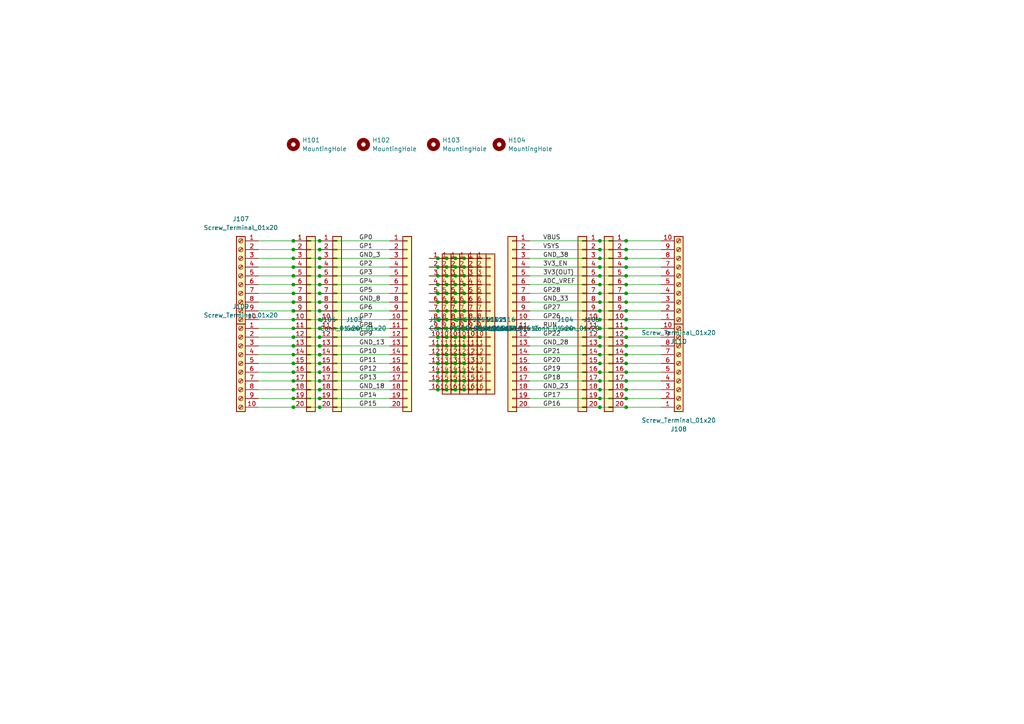
<source format=kicad_sch>
(kicad_sch (version 20250114) (generator "eeschema") (generator_version "9.0")
  (paper "A4")
  (lib_symbols
    (symbol "Connector:Screw_Terminal_01x10" (pin_names (offset 1.016) (hide yes))
      (property "Reference" "J" (at 0 12.7 0))
      (property "Value" "Screw_Terminal_01x10" (at 0 -15.24 0))
      (symbol "Screw_Terminal_01x10_1_1"
        (rectangle (start -1.27 11.43) (end 1.27 -13.97) (stroke (width 0.254)) (fill (type background)))
        (polyline (pts (xy -0.5334 10.4902) (xy 0.3302 9.652)) (stroke (width 0.1524)))
        (polyline (pts (xy -0.5334 7.9502) (xy 0.3302 7.112)) (stroke (width 0.1524)))
        (polyline (pts (xy -0.5334 5.4102) (xy 0.3302 4.572)) (stroke (width 0.1524)))
        (polyline (pts (xy -0.5334 2.8702) (xy 0.3302 2.032)) (stroke (width 0.1524)))
        (polyline (pts (xy -0.5334 0.3302) (xy 0.3302 -0.508)) (stroke (width 0.1524)))
        (polyline (pts (xy -0.5334 -2.2098) (xy 0.3302 -3.048)) (stroke (width 0.1524)))
        (polyline (pts (xy -0.5334 -4.7498) (xy 0.3302 -5.588)) (stroke (width 0.1524)))
        (polyline (pts (xy -0.5334 -7.2898) (xy 0.3302 -8.128)) (stroke (width 0.1524)))
        (polyline (pts (xy -0.5334 -9.8298) (xy 0.3302 -10.668)) (stroke (width 0.1524)))
        (polyline (pts (xy -0.5334 -12.3698) (xy 0.3302 -13.208)) (stroke (width 0.1524)))
        (polyline (pts (xy -0.3556 10.668) (xy 0.508 9.8298)) (stroke (width 0.1524)))
        (polyline (pts (xy -0.3556 8.128) (xy 0.508 7.2898)) (stroke (width 0.1524)))
        (polyline (pts (xy -0.3556 5.588) (xy 0.508 4.7498)) (stroke (width 0.1524)))
        (polyline (pts (xy -0.3556 3.048) (xy 0.508 2.2098)) (stroke (width 0.1524)))
        (polyline (pts (xy -0.3556 0.508) (xy 0.508 -0.3302)) (stroke (width 0.1524)))
        (polyline (pts (xy -0.3556 -2.032) (xy 0.508 -2.8702)) (stroke (width 0.1524)))
        (polyline (pts (xy -0.3556 -4.572) (xy 0.508 -5.4102)) (stroke (width 0.1524)))
        (polyline (pts (xy -0.3556 -7.112) (xy 0.508 -7.9502)) (stroke (width 0.1524)))
        (polyline (pts (xy -0.3556 -9.652) (xy 0.508 -10.4902)) (stroke (width 0.1524)))
        (polyline (pts (xy -0.3556 -12.192) (xy 0.508 -13.0302)) (stroke (width 0.1524)))
        (circle (center 0 10.16) (radius 0.635) (stroke (width 0.1524)))
        (circle (center 0 7.62) (radius 0.635) (stroke (width 0.1524)))
        (circle (center 0 5.08) (radius 0.635) (stroke (width 0.1524)))
        (circle (center 0 2.54) (radius 0.635) (stroke (width 0.1524)))
        (circle (center 0 0) (radius 0.635) (stroke (width 0.1524)))
        (circle (center 0 -2.54) (radius 0.635) (stroke (width 0.1524)))
        (circle (center 0 -5.08) (radius 0.635) (stroke (width 0.1524)))
        (circle (center 0 -7.62) (radius 0.635) (stroke (width 0.1524)))
        (circle (center 0 -10.16) (radius 0.635) (stroke (width 0.1524)))
        (circle (center 0 -12.7) (radius 0.635) (stroke (width 0.1524)))
        (pin passive line (at -5.08 10.16 0) (length 3.81) (name "Pin_1") (number "1"))
        (pin passive line (at -5.08 7.62 0) (length 3.81) (name "Pin_2") (number "2"))
        (pin passive line (at -5.08 5.08 0) (length 3.81) (name "Pin_3") (number "3"))
        (pin passive line (at -5.08 2.54 0) (length 3.81) (name "Pin_4") (number "4"))
        (pin passive line (at -5.08 0 0) (length 3.81) (name "Pin_5") (number "5"))
        (pin passive line (at -5.08 -2.54 0) (length 3.81) (name "Pin_6") (number "6"))
        (pin passive line (at -5.08 -5.08 0) (length 3.81) (name "Pin_7") (number "7"))
        (pin passive line (at -5.08 -7.62 0) (length 3.81) (name "Pin_8") (number "8"))
        (pin passive line (at -5.08 -10.16 0) (length 3.81) (name "Pin_9") (number "9"))
        (pin passive line (at -5.08 -12.7 0) (length 3.81) (name "Pin_10") (number "10"))
      )
    )
    (symbol "Connector_Generic:Conn_01x16" (pin_names (offset 1.016) (hide yes))
      (property "Reference" "J" (at 0 20.32 0))
      (property "Value" "Conn_01x16" (at 0 -22.86 0))
      (symbol "Conn_01x16_1_1"
        (rectangle (start -1.27 19.05) (end 1.27 -21.59) (stroke (width 0.254)) (fill (type background)))
        (rectangle (start -1.27 17.907) (end 0 17.653) (stroke (width 0.1524)))
        (rectangle (start -1.27 15.367) (end 0 15.113) (stroke (width 0.1524)))
        (rectangle (start -1.27 12.827) (end 0 12.573) (stroke (width 0.1524)))
        (rectangle (start -1.27 10.287) (end 0 10.033) (stroke (width 0.1524)))
        (rectangle (start -1.27 7.747) (end 0 7.493) (stroke (width 0.1524)))
        (rectangle (start -1.27 5.207) (end 0 4.953) (stroke (width 0.1524)))
        (rectangle (start -1.27 2.667) (end 0 2.413) (stroke (width 0.1524)))
        (rectangle (start -1.27 0.127) (end 0 -0.127) (stroke (width 0.1524)))
        (rectangle (start -1.27 -2.413) (end 0 -2.667) (stroke (width 0.1524)))
        (rectangle (start -1.27 -4.953) (end 0 -5.207) (stroke (width 0.1524)))
        (rectangle (start -1.27 -7.493) (end 0 -7.747) (stroke (width 0.1524)))
        (rectangle (start -1.27 -10.033) (end 0 -10.287) (stroke (width 0.1524)))
        (rectangle (start -1.27 -12.573) (end 0 -12.827) (stroke (width 0.1524)))
        (rectangle (start -1.27 -15.113) (end 0 -15.367) (stroke (width 0.1524)))
        (rectangle (start -1.27 -17.653) (end 0 -17.907) (stroke (width 0.1524)))
        (rectangle (start -1.27 -20.193) (end 0 -20.447) (stroke (width 0.1524)))
        (pin passive line (at -5.08 17.78 0) (length 3.81) (name "Pin_1") (number "1"))
        (pin passive line (at -5.08 15.24 0) (length 3.81) (name "Pin_2") (number "2"))
        (pin passive line (at -5.08 12.7 0) (length 3.81) (name "Pin_3") (number "3"))
        (pin passive line (at -5.08 10.16 0) (length 3.81) (name "Pin_4") (number "4"))
        (pin passive line (at -5.08 7.62 0) (length 3.81) (name "Pin_5") (number "5"))
        (pin passive line (at -5.08 5.08 0) (length 3.81) (name "Pin_6") (number "6"))
        (pin passive line (at -5.08 2.54 0) (length 3.81) (name "Pin_7") (number "7"))
        (pin passive line (at -5.08 0 0) (length 3.81) (name "Pin_8") (number "8"))
        (pin passive line (at -5.08 -2.54 0) (length 3.81) (name "Pin_9") (number "9"))
        (pin passive line (at -5.08 -5.08 0) (length 3.81) (name "Pin_10") (number "10"))
        (pin passive line (at -5.08 -7.62 0) (length 3.81) (name "Pin_11") (number "11"))
        (pin passive line (at -5.08 -10.16 0) (length 3.81) (name "Pin_12") (number "12"))
        (pin passive line (at -5.08 -12.7 0) (length 3.81) (name "Pin_13") (number "13"))
        (pin passive line (at -5.08 -15.24 0) (length 3.81) (name "Pin_14") (number "14"))
        (pin passive line (at -5.08 -17.78 0) (length 3.81) (name "Pin_15") (number "15"))
        (pin passive line (at -5.08 -20.32 0) (length 3.81) (name "Pin_16") (number "16"))
      )
    )
    (symbol "Connector_Generic:Conn_01x20" (pin_names (offset 1.016) (hide yes))
      (property "Reference" "J" (at 0 25.4 0))
      (property "Value" "Conn_01x20" (at 0 -27.94 0))
      (symbol "Conn_01x20_1_1"
        (rectangle (start -1.27 24.13) (end 1.27 -26.67) (stroke (width 0.254)) (fill (type background)))
        (rectangle (start -1.27 22.987) (end 0 22.733) (stroke (width 0.1524)))
        (rectangle (start -1.27 20.447) (end 0 20.193) (stroke (width 0.1524)))
        (rectangle (start -1.27 17.907) (end 0 17.653) (stroke (width 0.1524)))
        (rectangle (start -1.27 15.367) (end 0 15.113) (stroke (width 0.1524)))
        (rectangle (start -1.27 12.827) (end 0 12.573) (stroke (width 0.1524)))
        (rectangle (start -1.27 10.287) (end 0 10.033) (stroke (width 0.1524)))
        (rectangle (start -1.27 7.747) (end 0 7.493) (stroke (width 0.1524)))
        (rectangle (start -1.27 5.207) (end 0 4.953) (stroke (width 0.1524)))
        (rectangle (start -1.27 2.667) (end 0 2.413) (stroke (width 0.1524)))
        (rectangle (start -1.27 0.127) (end 0 -0.127) (stroke (width 0.1524)))
        (rectangle (start -1.27 -2.413) (end 0 -2.667) (stroke (width 0.1524)))
        (rectangle (start -1.27 -4.953) (end 0 -5.207) (stroke (width 0.1524)))
        (rectangle (start -1.27 -7.493) (end 0 -7.747) (stroke (width 0.1524)))
        (rectangle (start -1.27 -10.033) (end 0 -10.287) (stroke (width 0.1524)))
        (rectangle (start -1.27 -12.573) (end 0 -12.827) (stroke (width 0.1524)))
        (rectangle (start -1.27 -15.113) (end 0 -15.367) (stroke (width 0.1524)))
        (rectangle (start -1.27 -17.653) (end 0 -17.907) (stroke (width 0.1524)))
        (rectangle (start -1.27 -20.193) (end 0 -20.447) (stroke (width 0.1524)))
        (rectangle (start -1.27 -22.733) (end 0 -22.987) (stroke (width 0.1524)))
        (rectangle (start -1.27 -25.273) (end 0 -25.527) (stroke (width 0.1524)))
        (pin passive line (at -5.08 22.86 0) (length 3.81) (name "Pin_1") (number "1"))
        (pin passive line (at -5.08 20.32 0) (length 3.81) (name "Pin_2") (number "2"))
        (pin passive line (at -5.08 17.78 0) (length 3.81) (name "Pin_3") (number "3"))
        (pin passive line (at -5.08 15.24 0) (length 3.81) (name "Pin_4") (number "4"))
        (pin passive line (at -5.08 12.7 0) (length 3.81) (name "Pin_5") (number "5"))
        (pin passive line (at -5.08 10.16 0) (length 3.81) (name "Pin_6") (number "6"))
        (pin passive line (at -5.08 7.62 0) (length 3.81) (name "Pin_7") (number "7"))
        (pin passive line (at -5.08 5.08 0) (length 3.81) (name "Pin_8") (number "8"))
        (pin passive line (at -5.08 2.54 0) (length 3.81) (name "Pin_9") (number "9"))
        (pin passive line (at -5.08 0 0) (length 3.81) (name "Pin_10") (number "10"))
        (pin passive line (at -5.08 -2.54 0) (length 3.81) (name "Pin_11") (number "11"))
        (pin passive line (at -5.08 -5.08 0) (length 3.81) (name "Pin_12") (number "12"))
        (pin passive line (at -5.08 -7.62 0) (length 3.81) (name "Pin_13") (number "13"))
        (pin passive line (at -5.08 -10.16 0) (length 3.81) (name "Pin_14") (number "14"))
        (pin passive line (at -5.08 -12.7 0) (length 3.81) (name "Pin_15") (number "15"))
        (pin passive line (at -5.08 -15.24 0) (length 3.81) (name "Pin_16") (number "16"))
        (pin passive line (at -5.08 -17.78 0) (length 3.81) (name "Pin_17") (number "17"))
        (pin passive line (at -5.08 -20.32 0) (length 3.81) (name "Pin_18") (number "18"))
        (pin passive line (at -5.08 -22.86 0) (length 3.81) (name "Pin_19") (number "19"))
        (pin passive line (at -5.08 -25.4 0) (length 3.81) (name "Pin_20") (number "20"))
      )
    )
    (symbol "Mechanical:MountingHole" (pin_names (offset 1.016)) (in_bom no)
      (property "Reference" "H" (at 0 5.08 0))
      (property "Value" "MountingHole" (at 0 3.175 0))
      (symbol "MountingHole_0_1"
        (circle (center 0 0) (radius 1.27) (stroke (width 1.27)))
      )
    )
  )
  (junction (at 92.71 107.95))
  (junction (at 129.54 74.93))
  (junction (at 127 90.17))
  (junction (at 132.08 107.95))
  (junction (at 134.62 87.63))
  (junction (at 92.71 82.55))
  (junction (at 85.09 107.95))
  (junction (at 132.08 97.79))
  (junction (at 92.71 102.87))
  (junction (at 181.61 74.93))
  (junction (at 127 110.49))
  (junction (at 129.54 85.09))
  (junction (at 129.54 107.95))
  (junction (at 134.62 97.79))
  (junction (at 181.61 107.95))
  (junction (at 181.61 69.85))
  (junction (at 173.99 90.17))
  (junction (at 173.99 97.79))
  (junction (at 127 82.55))
  (junction (at 181.61 115.57))
  (junction (at 127 74.93))
  (junction (at 173.99 113.03))
  (junction (at 181.61 85.09))
  (junction (at 85.09 110.49))
  (junction (at 92.71 100.33))
  (junction (at 132.08 113.03))
  (junction (at 173.99 80.01))
  (junction (at 181.61 110.49))
  (junction (at 132.08 95.25))
  (junction (at 181.61 113.03))
  (junction (at 173.99 110.49))
  (junction (at 85.09 118.11))
  (junction (at 132.08 85.09))
  (junction (at 92.71 95.25))
  (junction (at 173.99 115.57))
  (junction (at 132.08 80.01))
  (junction (at 132.08 92.71))
  (junction (at 134.62 107.95))
  (junction (at 134.62 110.49))
  (junction (at 85.09 77.47))
  (junction (at 85.09 95.25))
  (junction (at 127 77.47))
  (junction (at 129.54 87.63))
  (junction (at 85.09 69.85))
  (junction (at 127 102.87))
  (junction (at 85.09 72.39))
  (junction (at 132.08 102.87))
  (junction (at 134.62 105.41))
  (junction (at 129.54 113.03))
  (junction (at 173.99 82.55))
  (junction (at 173.99 87.63))
  (junction (at 173.99 72.39))
  (junction (at 127 95.25))
  (junction (at 173.99 105.41))
  (junction (at 85.09 115.57))
  (junction (at 181.61 90.17))
  (junction (at 85.09 74.93))
  (junction (at 129.54 77.47))
  (junction (at 129.54 82.55))
  (junction (at 173.99 95.25))
  (junction (at 92.71 69.85))
  (junction (at 85.09 102.87))
  (junction (at 132.08 82.55))
  (junction (at 134.62 85.09))
  (junction (at 85.09 80.01))
  (junction (at 85.09 100.33))
  (junction (at 92.71 110.49))
  (junction (at 92.71 77.47))
  (junction (at 92.71 74.93))
  (junction (at 181.61 92.71))
  (junction (at 181.61 82.55))
  (junction (at 181.61 87.63))
  (junction (at 134.62 82.55))
  (junction (at 181.61 77.47))
  (junction (at 134.62 113.03))
  (junction (at 132.08 100.33))
  (junction (at 127 87.63))
  (junction (at 134.62 92.71))
  (junction (at 92.71 92.71))
  (junction (at 181.61 100.33))
  (junction (at 134.62 100.33))
  (junction (at 127 92.71))
  (junction (at 85.09 90.17))
  (junction (at 132.08 90.17))
  (junction (at 92.71 80.01))
  (junction (at 181.61 97.79))
  (junction (at 173.99 74.93))
  (junction (at 129.54 110.49))
  (junction (at 85.09 113.03))
  (junction (at 127 100.33))
  (junction (at 173.99 100.33))
  (junction (at 132.08 105.41))
  (junction (at 85.09 97.79))
  (junction (at 85.09 92.71))
  (junction (at 134.62 102.87))
  (junction (at 132.08 74.93))
  (junction (at 127 80.01))
  (junction (at 127 113.03))
  (junction (at 181.61 72.39))
  (junction (at 92.71 115.57))
  (junction (at 92.71 85.09))
  (junction (at 129.54 97.79))
  (junction (at 134.62 95.25))
  (junction (at 173.99 102.87))
  (junction (at 129.54 92.71))
  (junction (at 92.71 87.63))
  (junction (at 129.54 95.25))
  (junction (at 181.61 118.11))
  (junction (at 181.61 80.01))
  (junction (at 173.99 77.47))
  (junction (at 134.62 90.17))
  (junction (at 85.09 85.09))
  (junction (at 132.08 77.47))
  (junction (at 129.54 90.17))
  (junction (at 127 105.41))
  (junction (at 92.71 97.79))
  (junction (at 173.99 69.85))
  (junction (at 129.54 105.41))
  (junction (at 134.62 74.93))
  (junction (at 181.61 102.87))
  (junction (at 181.61 105.41))
  (junction (at 92.71 118.11))
  (junction (at 92.71 72.39))
  (junction (at 181.61 95.25))
  (junction (at 173.99 118.11))
  (junction (at 127 97.79))
  (junction (at 92.71 105.41))
  (junction (at 127 85.09))
  (junction (at 134.62 77.47))
  (junction (at 173.99 85.09))
  (junction (at 85.09 82.55))
  (junction (at 85.09 105.41))
  (junction (at 173.99 92.71))
  (junction (at 129.54 100.33))
  (junction (at 132.08 110.49))
  (junction (at 173.99 107.95))
  (junction (at 92.71 113.03))
  (junction (at 132.08 87.63))
  (junction (at 129.54 80.01))
  (junction (at 129.54 102.87))
  (junction (at 92.71 90.17))
  (junction (at 127 107.95))
  (junction (at 134.62 80.01))
  (junction (at 85.09 87.63))
  (wire (pts (xy 132.08 100.33) (xy 134.62 100.33)))
  (wire (pts (xy 153.67 105.41) (xy 173.99 105.41)))
  (wire (pts (xy 74.93 87.63) (xy 85.09 87.63)))
  (wire (pts (xy 74.93 80.01) (xy 85.09 80.01)))
  (wire (pts (xy 74.93 74.93) (xy 85.09 74.93)))
  (wire (pts (xy 124.46 102.87) (xy 127 102.87)))
  (wire (pts (xy 132.08 105.41) (xy 134.62 105.41)))
  (wire (pts (xy 181.61 72.39) (xy 191.77 72.39)))
  (wire (pts (xy 129.54 105.41) (xy 132.08 105.41)))
  (wire (pts (xy 85.09 74.93) (xy 92.71 74.93)))
  (wire (pts (xy 74.93 115.57) (xy 85.09 115.57)))
  (wire (pts (xy 181.61 113.03) (xy 191.77 113.03)))
  (wire (pts (xy 132.08 90.17) (xy 134.62 90.17)))
  (wire (pts (xy 153.67 102.87) (xy 173.99 102.87)))
  (wire (pts (xy 132.08 74.93) (xy 134.62 74.93)))
  (wire (pts (xy 181.61 107.95) (xy 191.77 107.95)))
  (wire (pts (xy 85.09 87.63) (xy 92.71 87.63)))
  (wire (pts (xy 129.54 95.25) (xy 132.08 95.25)))
  (wire (pts (xy 132.08 85.09) (xy 134.62 85.09)))
  (wire (pts (xy 137.16 74.93) (xy 134.62 74.93)))
  (wire (pts (xy 124.46 85.09) (xy 127 85.09)))
  (wire (pts (xy 124.46 107.95) (xy 127 107.95)))
  (wire (pts (xy 153.67 87.63) (xy 173.99 87.63)))
  (wire (pts (xy 129.54 74.93) (xy 132.08 74.93)))
  (wire (pts (xy 127 92.71) (xy 129.54 92.71)))
  (wire (pts (xy 129.54 90.17) (xy 132.08 90.17)))
  (wire (pts (xy 129.54 87.63) (xy 132.08 87.63)))
  (wire (pts (xy 137.16 92.71) (xy 134.62 92.71)))
  (wire (pts (xy 127 102.87) (xy 129.54 102.87)))
  (wire (pts (xy 74.93 102.87) (xy 85.09 102.87)))
  (wire (pts (xy 153.67 90.17) (xy 173.99 90.17)))
  (wire (pts (xy 85.09 77.47) (xy 92.71 77.47)))
  (wire (pts (xy 137.16 90.17) (xy 134.62 90.17)))
  (wire (pts (xy 127 90.17) (xy 129.54 90.17)))
  (wire (pts (xy 127 97.79) (xy 129.54 97.79)))
  (wire (pts (xy 92.71 72.39) (xy 113.03 72.39)))
  (wire (pts (xy 153.67 100.33) (xy 173.99 100.33)))
  (wire (pts (xy 74.93 82.55) (xy 85.09 82.55)))
  (wire (pts (xy 137.16 110.49) (xy 134.62 110.49)))
  (wire (pts (xy 181.61 118.11) (xy 191.77 118.11)))
  (wire (pts (xy 127 105.41) (xy 129.54 105.41)))
  (wire (pts (xy 173.99 102.87) (xy 181.61 102.87)))
  (wire (pts (xy 85.09 85.09) (xy 92.71 85.09)))
  (wire (pts (xy 153.67 80.01) (xy 173.99 80.01)))
  (wire (pts (xy 173.99 69.85) (xy 181.61 69.85)))
  (wire (pts (xy 173.99 107.95) (xy 181.61 107.95)))
  (wire (pts (xy 85.09 95.25) (xy 92.71 95.25)))
  (wire (pts (xy 137.16 100.33) (xy 134.62 100.33)))
  (wire (pts (xy 181.61 90.17) (xy 191.77 90.17)))
  (wire (pts (xy 153.67 92.71) (xy 173.99 92.71)))
  (wire (pts (xy 74.93 105.41) (xy 85.09 105.41)))
  (wire (pts (xy 74.93 113.03) (xy 85.09 113.03)))
  (wire (pts (xy 153.67 82.55) (xy 173.99 82.55)))
  (wire (pts (xy 173.99 118.11) (xy 181.61 118.11)))
  (wire (pts (xy 181.61 105.41) (xy 191.77 105.41)))
  (wire (pts (xy 124.46 82.55) (xy 127 82.55)))
  (wire (pts (xy 181.61 92.71) (xy 191.77 92.71)))
  (wire (pts (xy 127 95.25) (xy 129.54 95.25)))
  (wire (pts (xy 74.93 69.85) (xy 85.09 69.85)))
  (wire (pts (xy 92.71 100.33) (xy 113.03 100.33)))
  (wire (pts (xy 153.67 69.85) (xy 173.99 69.85)))
  (wire (pts (xy 129.54 113.03) (xy 132.08 113.03)))
  (wire (pts (xy 132.08 110.49) (xy 134.62 110.49)))
  (wire (pts (xy 85.09 113.03) (xy 92.71 113.03)))
  (wire (pts (xy 92.71 87.63) (xy 113.03 87.63)))
  (wire (pts (xy 127 107.95) (xy 129.54 107.95)))
  (wire (pts (xy 124.46 90.17) (xy 127 90.17)))
  (wire (pts (xy 124.46 95.25) (xy 127 95.25)))
  (wire (pts (xy 74.93 90.17) (xy 85.09 90.17)))
  (wire (pts (xy 129.54 107.95) (xy 132.08 107.95)))
  (wire (pts (xy 85.09 105.41) (xy 92.71 105.41)))
  (wire (pts (xy 92.71 107.95) (xy 113.03 107.95)))
  (wire (pts (xy 127 80.01) (xy 129.54 80.01)))
  (wire (pts (xy 173.99 82.55) (xy 181.61 82.55)))
  (wire (pts (xy 181.61 77.47) (xy 191.77 77.47)))
  (wire (pts (xy 153.67 74.93) (xy 173.99 74.93)))
  (wire (pts (xy 129.54 102.87) (xy 132.08 102.87)))
  (wire (pts (xy 85.09 69.85) (xy 92.71 69.85)))
  (wire (pts (xy 173.99 97.79) (xy 181.61 97.79)))
  (wire (pts (xy 92.71 82.55) (xy 113.03 82.55)))
  (wire (pts (xy 129.54 97.79) (xy 132.08 97.79)))
  (wire (pts (xy 132.08 87.63) (xy 134.62 87.63)))
  (wire (pts (xy 153.67 115.57) (xy 173.99 115.57)))
  (wire (pts (xy 173.99 72.39) (xy 181.61 72.39)))
  (wire (pts (xy 124.46 97.79) (xy 127 97.79)))
  (wire (pts (xy 137.16 85.09) (xy 134.62 85.09)))
  (wire (pts (xy 132.08 80.01) (xy 134.62 80.01)))
  (wire (pts (xy 173.99 92.71) (xy 181.61 92.71)))
  (wire (pts (xy 137.16 105.41) (xy 134.62 105.41)))
  (wire (pts (xy 92.71 69.85) (xy 113.03 69.85)))
  (wire (pts (xy 132.08 107.95) (xy 134.62 107.95)))
  (wire (pts (xy 129.54 110.49) (xy 132.08 110.49)))
  (wire (pts (xy 137.16 97.79) (xy 134.62 97.79)))
  (wire (pts (xy 85.09 100.33) (xy 92.71 100.33)))
  (wire (pts (xy 74.93 107.95) (xy 85.09 107.95)))
  (wire (pts (xy 132.08 102.87) (xy 134.62 102.87)))
  (wire (pts (xy 173.99 110.49) (xy 181.61 110.49)))
  (wire (pts (xy 153.67 95.25) (xy 173.99 95.25)))
  (wire (pts (xy 127 100.33) (xy 129.54 100.33)))
  (wire (pts (xy 74.93 95.25) (xy 85.09 95.25)))
  (wire (pts (xy 92.71 74.93) (xy 113.03 74.93)))
  (wire (pts (xy 173.99 115.57) (xy 181.61 115.57)))
  (wire (pts (xy 85.09 110.49) (xy 92.71 110.49)))
  (wire (pts (xy 181.61 87.63) (xy 191.77 87.63)))
  (wire (pts (xy 173.99 90.17) (xy 181.61 90.17)))
  (wire (pts (xy 85.09 118.11) (xy 92.71 118.11)))
  (wire (pts (xy 124.46 77.47) (xy 127 77.47)))
  (wire (pts (xy 153.67 72.39) (xy 173.99 72.39)))
  (wire (pts (xy 74.93 100.33) (xy 85.09 100.33)))
  (wire (pts (xy 129.54 82.55) (xy 132.08 82.55)))
  (wire (pts (xy 124.46 80.01) (xy 127 80.01)))
  (wire (pts (xy 124.46 87.63) (xy 127 87.63)))
  (wire (pts (xy 173.99 80.01) (xy 181.61 80.01)))
  (wire (pts (xy 153.67 113.03) (xy 173.99 113.03)))
  (wire (pts (xy 74.93 85.09) (xy 85.09 85.09)))
  (wire (pts (xy 127 87.63) (xy 129.54 87.63)))
  (wire (pts (xy 92.71 92.71) (xy 113.03 92.71)))
  (wire (pts (xy 124.46 92.71) (xy 127 92.71)))
  (wire (pts (xy 85.09 107.95) (xy 92.71 107.95)))
  (wire (pts (xy 129.54 92.71) (xy 132.08 92.71)))
  (wire (pts (xy 127 85.09) (xy 129.54 85.09)))
  (wire (pts (xy 173.99 87.63) (xy 181.61 87.63)))
  (wire (pts (xy 127 82.55) (xy 129.54 82.55)))
  (wire (pts (xy 92.71 77.47) (xy 113.03 77.47)))
  (wire (pts (xy 92.71 95.25) (xy 113.03 95.25)))
  (wire (pts (xy 127 113.03) (xy 129.54 113.03)))
  (wire (pts (xy 92.71 97.79) (xy 113.03 97.79)))
  (wire (pts (xy 129.54 85.09) (xy 132.08 85.09)))
  (wire (pts (xy 181.61 97.79) (xy 191.77 97.79)))
  (wire (pts (xy 92.71 115.57) (xy 113.03 115.57)))
  (wire (pts (xy 153.67 77.47) (xy 173.99 77.47)))
  (wire (pts (xy 85.09 80.01) (xy 92.71 80.01)))
  (wire (pts (xy 124.46 100.33) (xy 127 100.33)))
  (wire (pts (xy 153.67 110.49) (xy 173.99 110.49)))
  (wire (pts (xy 181.61 82.55) (xy 191.77 82.55)))
  (wire (pts (xy 132.08 82.55) (xy 134.62 82.55)))
  (wire (pts (xy 181.61 110.49) (xy 191.77 110.49)))
  (wire (pts (xy 132.08 77.47) (xy 134.62 77.47)))
  (wire (pts (xy 173.99 74.93) (xy 181.61 74.93)))
  (wire (pts (xy 124.46 110.49) (xy 127 110.49)))
  (wire (pts (xy 85.09 115.57) (xy 92.71 115.57)))
  (wire (pts (xy 137.16 80.01) (xy 134.62 80.01)))
  (wire (pts (xy 181.61 74.93) (xy 191.77 74.93)))
  (wire (pts (xy 129.54 80.01) (xy 132.08 80.01)))
  (wire (pts (xy 74.93 118.11) (xy 85.09 118.11)))
  (wire (pts (xy 92.71 118.11) (xy 113.03 118.11)))
  (wire (pts (xy 153.67 97.79) (xy 173.99 97.79)))
  (wire (pts (xy 85.09 92.71) (xy 92.71 92.71)))
  (wire (pts (xy 74.93 110.49) (xy 85.09 110.49)))
  (wire (pts (xy 92.71 80.01) (xy 113.03 80.01)))
  (wire (pts (xy 173.99 77.47) (xy 181.61 77.47)))
  (wire (pts (xy 181.61 69.85) (xy 191.77 69.85)))
  (wire (pts (xy 92.71 85.09) (xy 113.03 85.09)))
  (wire (pts (xy 124.46 74.93) (xy 127 74.93)))
  (wire (pts (xy 85.09 102.87) (xy 92.71 102.87)))
  (wire (pts (xy 173.99 113.03) (xy 181.61 113.03)))
  (wire (pts (xy 132.08 95.25) (xy 134.62 95.25)))
  (wire (pts (xy 137.16 95.25) (xy 134.62 95.25)))
  (wire (pts (xy 127 77.47) (xy 129.54 77.47)))
  (wire (pts (xy 137.16 102.87) (xy 134.62 102.87)))
  (wire (pts (xy 173.99 105.41) (xy 181.61 105.41)))
  (wire (pts (xy 132.08 92.71) (xy 134.62 92.71)))
  (wire (pts (xy 137.16 82.55) (xy 134.62 82.55)))
  (wire (pts (xy 92.71 102.87) (xy 113.03 102.87)))
  (wire (pts (xy 181.61 95.25) (xy 191.77 95.25)))
  (wire (pts (xy 74.93 97.79) (xy 85.09 97.79)))
  (wire (pts (xy 74.93 77.47) (xy 85.09 77.47)))
  (wire (pts (xy 181.61 85.09) (xy 191.77 85.09)))
  (wire (pts (xy 153.67 118.11) (xy 173.99 118.11)))
  (wire (pts (xy 92.71 110.49) (xy 113.03 110.49)))
  (wire (pts (xy 85.09 90.17) (xy 92.71 90.17)))
  (wire (pts (xy 181.61 102.87) (xy 191.77 102.87)))
  (wire (pts (xy 132.08 113.03) (xy 134.62 113.03)))
  (wire (pts (xy 181.61 115.57) (xy 191.77 115.57)))
  (wire (pts (xy 129.54 77.47) (xy 132.08 77.47)))
  (wire (pts (xy 127 110.49) (xy 129.54 110.49)))
  (wire (pts (xy 173.99 100.33) (xy 181.61 100.33)))
  (wire (pts (xy 153.67 107.95) (xy 173.99 107.95)))
  (wire (pts (xy 92.71 113.03) (xy 113.03 113.03)))
  (wire (pts (xy 124.46 105.41) (xy 127 105.41)))
  (wire (pts (xy 132.08 97.79) (xy 134.62 97.79)))
  (wire (pts (xy 173.99 95.25) (xy 181.61 95.25)))
  (wire (pts (xy 153.67 85.09) (xy 173.99 85.09)))
  (wire (pts (xy 137.16 87.63) (xy 134.62 87.63)))
  (wire (pts (xy 137.16 77.47) (xy 134.62 77.47)))
  (wire (pts (xy 85.09 72.39) (xy 92.71 72.39)))
  (wire (pts (xy 181.61 80.01) (xy 191.77 80.01)))
  (wire (pts (xy 181.61 100.33) (xy 191.77 100.33)))
  (wire (pts (xy 127 74.93) (xy 129.54 74.93)))
  (wire (pts (xy 92.71 90.17) (xy 113.03 90.17)))
  (wire (pts (xy 137.16 107.95) (xy 134.62 107.95)))
  (wire (pts (xy 92.71 105.41) (xy 113.03 105.41)))
  (wire (pts (xy 85.09 97.79) (xy 92.71 97.79)))
  (wire (pts (xy 85.09 82.55) (xy 92.71 82.55)))
  (wire (pts (xy 74.93 72.39) (xy 85.09 72.39)))
  (wire (pts (xy 173.99 85.09) (xy 181.61 85.09)))
  (wire (pts (xy 74.93 92.71) (xy 85.09 92.71)))
  (wire (pts (xy 137.16 113.03) (xy 134.62 113.03)))
  (wire (pts (xy 129.54 100.33) (xy 132.08 100.33)))
  (wire (pts (xy 124.46 113.03) (xy 127 113.03)))
  (label "GP0" (at 104.14 69.85 0))
  (label "GP15" (at 104.14 118.11 0))
  (label "GP1" (at 104.14 72.39 0))
  (label "GND_3" (at 104.14 74.93 0))
  (label "GP9" (at 104.14 97.79 0))
  (label "GND_18" (at 104.14 113.03 0))
  (label "GP14" (at 104.14 115.57 0))
  (label "GND_13" (at 104.14 100.33 0))
  (label "GP10" (at 104.14 102.87 0))
  (label "GP11" (at 104.14 105.41 0))
  (label "GP12" (at 104.14 107.95 0))
  (label "GP13" (at 104.14 110.49 0))
  (label "GP2" (at 104.14 77.47 0))
  (label "GP3" (at 104.14 80.01 0))
  (label "GP4" (at 104.14 82.55 0))
  (label "GP5" (at 104.14 85.09 0))
  (label "GND_8" (at 104.14 87.63 0))
  (label "GP6" (at 104.14 90.17 0))
  (label "GP7" (at 104.14 92.71 0))
  (label "GP8" (at 104.14 95.25 0))
  (label "VBUS" (at 157.48 69.85 0))
  (label "VSYS" (at 157.48 72.39 0))
  (label "GP17" (at 157.48 115.57 0))
  (label "GP16" (at 157.48 118.11 0))
  (label "GND_23" (at 157.48 113.03 0))
  (label "GP27" (at 157.48 90.17 0))
  (label "GND_38" (at 157.48 74.93 0))
  (label "3V3_EN" (at 157.48 77.47 0))
  (label "3V3(OUT)" (at 157.48 80.01 0))
  (label "ADC_VREF" (at 157.48 82.55 0))
  (label "GP28" (at 157.48 85.09 0))
  (label "GND_33" (at 157.48 87.63 0))
  (label "GP26" (at 157.48 92.71 0))
  (label "RUN" (at 157.48 95.25 0))
  (label "GP22" (at 157.48 97.79 0))
  (label "GND_28" (at 157.48 100.33 0))
  (label "GP21" (at 157.48 102.87 0))
  (label "GP20" (at 157.48 105.41 0))
  (label "GP19" (at 157.48 107.95 0))
  (label "GP18" (at 157.48 110.49 0))
  (symbol (lib_id "Connector_Generic:Conn_01x20") (at 148.59 92.71 0) (mirror y) (unit 1)
    (property "Reference" "J102" (at 146.05 92.7099 0) (effects (justify left)))
    (property "Value" "Conn_01x20" (at 149.86 95.2499 0) (effects (justify left)))
    (property "Footprint" "Connector_PinSocket_2.54mm:PinSocket_1x20_P2.54mm_Vertical" (effects (hide yes)))
    (property "Description" "Generic connector, single row, 01x20, script generated (kicad-library-utils/schlib/autogen/connector/)" (effects (hide yes)))
  )
  (symbol (lib_id "Connector_Generic:Conn_01x20") (at 176.53 92.71 0) (mirror y) (unit 1)
    (property "Reference" "J106" (at 173.99 92.7099 0) (effects (justify left)))
    (property "Value" "Conn_01x20" (at 173.99 95.2499 0) (effects (justify left)))
    (property "Footprint" "Connector_PinHeader_2.54mm:PinHeader_1x20_P2.54mm_Vertical" (effects (hide yes)))
    (property "Description" "Generic connector, single row, 01x20, script generated (kicad-library-utils/schlib/autogen/connector/)" (effects (hide yes)))
  )
  (symbol (lib_id "Connector_Generic:Conn_01x20") (at 97.79 92.71 0) (unit 1)
    (property "Reference" "J103" (at 100.33 92.7099 0) (effects (justify left)))
    (property "Value" "Conn_01x20" (at 100.33 95.2499 0) (effects (justify left)))
    (property "Footprint" "Connector_PinSocket_2.54mm:PinSocket_1x20_P2.54mm_Vertical" (effects (hide yes)))
    (property "Description" "Generic connector, single row, 01x20, script generated (kicad-library-utils/schlib/autogen/connector/)" (effects (hide yes)))
  )
  (symbol (lib_id "Connector:Screw_Terminal_01x10") (at 69.85 105.41 0) (mirror y) (unit 1)
    (property "Reference" "J109" (at 69.85 88.9 0))
    (property "Value" "Screw_Terminal_01x20" (at 69.85 91.44 0))
    (property "Footprint" "TerminalBlock_Phoenix:TerminalBlock_Phoenix_MPT-0,5-10-2.54_1x10_P2.54mm_Horizontal" (effects (hide yes)))
    (property "Description" "Generic screw terminal, single row, 01x10, script generated (kicad-library-utils/schlib/autogen/connector/)" (effects (hide yes)))
  )
  (symbol (lib_id "Connector_Generic:Conn_01x20") (at 90.17 92.71 0) (unit 1)
    (property "Reference" "J105" (at 92.71 92.7099 0) (effects (justify left)))
    (property "Value" "Conn_01x20" (at 92.71 95.2499 0) (effects (justify left)))
    (property "Footprint" "Connector_PinHeader_2.54mm:PinHeader_1x20_P2.54mm_Vertical" (effects (hide yes)))
    (property "Description" "Generic connector, single row, 01x20, script generated (kicad-library-utils/schlib/autogen/connector/)" (effects (hide yes)))
  )
  (symbol (lib_id "Connector:Screw_Terminal_01x10") (at 196.85 82.55 0) (mirror x) (unit 1)
    (property "Reference" "J110" (at 196.85 99.06 0))
    (property "Value" "Screw_Terminal_01x20" (at 196.85 96.52 0))
    (property "Footprint" "TerminalBlock_Phoenix:TerminalBlock_Phoenix_MPT-0,5-10-2.54_1x10_P2.54mm_Horizontal" (effects (hide yes)))
    (property "Description" "Generic screw terminal, single row, 01x10, script generated (kicad-library-utils/schlib/autogen/connector/)" (effects (hide yes)))
  )
  (symbol (lib_id "Connector_Generic:Conn_01x16") (at 137.16 92.71 0) (unit 1)
    (property "Reference" "J114" (at 139.7 92.7099 0) (effects (justify left)))
    (property "Value" "Conn_01x16" (at 139.7 95.2499 0) (effects (justify left)))
    (property "Footprint" "Connector_PinHeader_2.54mm:PinHeader_1x16_P2.54mm_Vertical" (effects (hide yes)))
    (property "Description" "Generic connector, single row, 01x16, script generated (kicad-library-utils/schlib/autogen/connector/)" (effects (hide yes)))
  )
  (symbol (lib_id "Connector_Generic:Conn_01x20") (at 168.91 92.71 0) (mirror y) (unit 1)
    (property "Reference" "J104" (at 166.37 92.7099 0) (effects (justify left)))
    (property "Value" "Conn_01x20" (at 166.37 95.2499 0) (effects (justify left)))
    (property "Footprint" "Connector_PinSocket_2.54mm:PinSocket_1x20_P2.54mm_Vertical" (effects (hide yes)))
    (property "Description" "Generic connector, single row, 01x20, script generated (kicad-library-utils/schlib/autogen/connector/)" (effects (hide yes)))
  )
  (symbol (lib_id "Connector_Generic:Conn_01x16") (at 132.08 92.71 0) (unit 1)
    (property "Reference" "J112" (at 134.62 92.7099 0) (effects (justify left)))
    (property "Value" "Conn_01x16" (at 134.62 95.2499 0) (effects (justify left)))
    (property "Footprint" "Connector_PinHeader_2.54mm:PinHeader_1x16_P2.54mm_Vertical" (effects (hide yes)))
    (property "Description" "Generic connector, single row, 01x16, script generated (kicad-library-utils/schlib/autogen/connector/)" (effects (hide yes)))
  )
  (symbol (lib_id "Connector:Screw_Terminal_01x10") (at 196.85 107.95 0) (mirror x) (unit 1)
    (property "Reference" "J108" (at 196.85 124.46 0))
    (property "Value" "Screw_Terminal_01x20" (at 196.85 121.92 0))
    (property "Footprint" "TerminalBlock_Phoenix:TerminalBlock_Phoenix_MPT-0,5-10-2.54_1x10_P2.54mm_Horizontal" (effects (hide yes)))
    (property "Description" "Generic screw terminal, single row, 01x10, script generated (kicad-library-utils/schlib/autogen/connector/)" (effects (hide yes)))
  )
  (symbol (lib_id "Mechanical:MountingHole") (at 85.09 41.91 0) (unit 1) (in_bom no)
    (property "Reference" "H101" (at 87.63 40.6399 0) (effects (justify left)))
    (property "Value" "MountingHole" (at 87.63 43.1799 0) (effects (justify left)))
    (property "Footprint" "MountingHole:MountingHole_2.2mm_M2" (effects (hide yes)))
    (property "Description" "Mounting Hole without connection" (effects (hide yes)))
  )
  (symbol (lib_id "Connector_Generic:Conn_01x16") (at 134.62 92.71 0) (unit 1)
    (property "Reference" "J113" (at 137.16 92.7099 0) (effects (justify left)))
    (property "Value" "Conn_01x16" (at 137.16 95.2499 0) (effects (justify left)))
    (property "Footprint" "Connector_PinHeader_2.54mm:PinHeader_1x16_P2.54mm_Vertical" (effects (hide yes)))
    (property "Description" "Generic connector, single row, 01x16, script generated (kicad-library-utils/schlib/autogen/connector/)" (effects (hide yes)))
  )
  (symbol (lib_id "Connector:Screw_Terminal_01x10") (at 69.85 80.01 0) (mirror y) (unit 1)
    (property "Reference" "J107" (at 69.85 63.5 0))
    (property "Value" "Screw_Terminal_01x20" (at 69.85 66.04 0))
    (property "Footprint" "TerminalBlock_Phoenix:TerminalBlock_Phoenix_MPT-0,5-10-2.54_1x10_P2.54mm_Horizontal" (effects (hide yes)))
    (property "Description" "Generic screw terminal, single row, 01x10, script generated (kicad-library-utils/schlib/autogen/connector/)" (effects (hide yes)))
  )
  (symbol (lib_id "Mechanical:MountingHole") (at 125.73 41.91 0) (unit 1) (in_bom no)
    (property "Reference" "H103" (at 128.27 40.6399 0) (effects (justify left)))
    (property "Value" "MountingHole" (at 128.27 43.1799 0) (effects (justify left)))
    (property "Footprint" "MountingHole:MountingHole_2.2mm_M2" (effects (hide yes)))
    (property "Description" "Mounting Hole without connection" (effects (hide yes)))
  )
  (symbol (lib_id "Connector_Generic:Conn_01x16") (at 129.54 92.71 0) (unit 1)
    (property "Reference" "J111" (at 132.08 92.7099 0) (effects (justify left)))
    (property "Value" "Conn_01x16" (at 132.08 95.2499 0) (effects (justify left)))
    (property "Footprint" "Connector_PinHeader_2.54mm:PinHeader_1x16_P2.54mm_Vertical" (effects (hide yes)))
    (property "Description" "Generic connector, single row, 01x16, script generated (kicad-library-utils/schlib/autogen/connector/)" (effects (hide yes)))
  )
  (symbol (lib_id "Mechanical:MountingHole") (at 105.41 41.91 0) (unit 1) (in_bom no)
    (property "Reference" "H102" (at 107.95 40.6399 0) (effects (justify left)))
    (property "Value" "MountingHole" (at 107.95 43.1799 0) (effects (justify left)))
    (property "Footprint" "MountingHole:MountingHole_2.2mm_M2" (effects (hide yes)))
    (property "Description" "Mounting Hole without connection" (effects (hide yes)))
  )
  (symbol (lib_id "Connector_Generic:Conn_01x20") (at 118.11 92.71 0) (unit 1)
    (property "Reference" "J101" (at 124.46 92.7099 0) (effects (justify left)))
    (property "Value" "Conn_01x20" (at 124.46 95.2499 0) (effects (justify left)))
    (property "Footprint" "Connector_PinSocket_2.54mm:PinSocket_1x20_P2.54mm_Vertical" (effects (hide yes)))
    (property "Description" "Generic connector, single row, 01x20, script generated (kicad-library-utils/schlib/autogen/connector/)" (effects (hide yes)))
  )
  (symbol (lib_id "Mechanical:MountingHole") (at 144.78 41.91 0) (unit 1) (in_bom no)
    (property "Reference" "H104" (at 147.32 40.6399 0) (effects (justify left)))
    (property "Value" "MountingHole" (at 147.32 43.1799 0) (effects (justify left)))
    (property "Footprint" "MountingHole:MountingHole_2.2mm_M2" (effects (hide yes)))
    (property "Description" "Mounting Hole without connection" (effects (hide yes)))
  )
  (symbol (lib_id "Connector_Generic:Conn_01x16") (at 139.7 92.71 0) (unit 1)
    (property "Reference" "J115" (at 142.24 92.7099 0) (effects (justify left)))
    (property "Value" "Conn_01x16" (at 142.24 95.2499 0) (effects (justify left)))
    (property "Footprint" "Connector_PinHeader_2.54mm:PinHeader_1x16_P2.54mm_Vertical" (effects (hide yes)))
    (property "Description" "Generic connector, single row, 01x16, script generated (kicad-library-utils/schlib/autogen/connector/)" (effects (hide yes)))
  )
  (symbol (lib_id "Connector_Generic:Conn_01x16") (at 142.24 92.71 0) (unit 1)
    (property "Reference" "J116" (at 144.78 92.7099 0) (effects (justify left)))
    (property "Value" "Conn_01x16" (at 144.78 95.2499 0) (effects (justify left)))
    (property "Footprint" "Connector_PinHeader_2.54mm:PinHeader_1x16_P2.54mm_Vertical" (effects (hide yes)))
    (property "Description" "Generic connector, single row, 01x16, script generated (kicad-library-utils/schlib/autogen/connector/)" (effects (hide yes)))
  )
)
</source>
